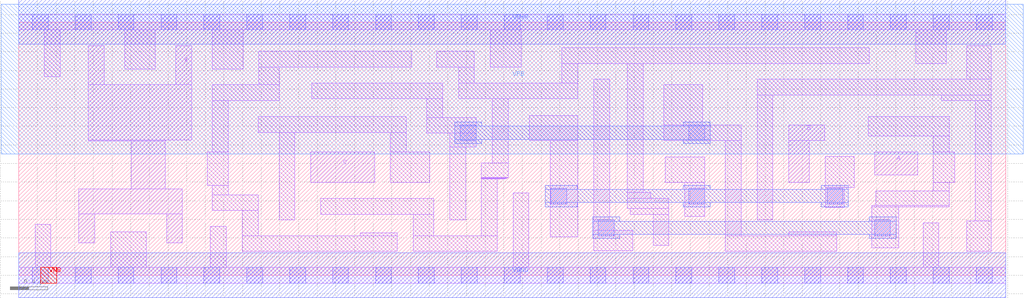
<source format=lef>
# Copyright 2020 The SkyWater PDK Authors
#
# Licensed under the Apache License, Version 2.0 (the "License");
# you may not use this file except in compliance with the License.
# You may obtain a copy of the License at
#
#     https://www.apache.org/licenses/LICENSE-2.0
#
# Unless required by applicable law or agreed to in writing, software
# distributed under the License is distributed on an "AS IS" BASIS,
# WITHOUT WARRANTIES OR CONDITIONS OF ANY KIND, either express or implied.
# See the License for the specific language governing permissions and
# limitations under the License.
#
# SPDX-License-Identifier: Apache-2.0

VERSION 5.7 ;
  NOWIREEXTENSIONATPIN ON ;
  DIVIDERCHAR "/" ;
  BUSBITCHARS "[]" ;
PROPERTYDEFINITIONS
  MACRO maskLayoutSubType STRING ;
  MACRO prCellType STRING ;
  MACRO originalViewName STRING ;
END PROPERTYDEFINITIONS
MACRO sky130_fd_sc_hdll__xor3_4
  CLASS CORE ;
  FOREIGN sky130_fd_sc_hdll__xor3_4 ;
  ORIGIN  0.000000  0.000000 ;
  SIZE  10.58000 BY  2.720000 ;
  SYMMETRY X Y R90 ;
  SITE unithd ;
  PIN A
    ANTENNAGATEAREA  0.276000 ;
    DIRECTION INPUT ;
    USE SIGNAL ;
    PORT
      LAYER li1 ;
        RECT 9.175000 1.075000 9.635000 1.325000 ;
    END
  END A
  PIN B
    ANTENNAGATEAREA  0.735900 ;
    DIRECTION INPUT ;
    USE SIGNAL ;
    PORT
      LAYER li1 ;
        RECT 8.255000 0.995000 8.475000 1.445000 ;
        RECT 8.255000 1.445000 8.640000 1.615000 ;
    END
  END B
  PIN C
    ANTENNAGATEAREA  0.425400 ;
    DIRECTION INPUT ;
    USE SIGNAL ;
    PORT
      LAYER li1 ;
        RECT 3.130000 0.995000 3.815000 1.325000 ;
    END
  END C
  PIN X
    ANTENNADIFFAREA  0.996000 ;
    DIRECTION OUTPUT ;
    USE SIGNAL ;
    PORT
      LAYER li1 ;
        RECT 0.645000 0.350000 0.815000 0.660000 ;
        RECT 0.645000 0.660000 1.755000 0.925000 ;
        RECT 0.745000 1.440000 1.570000 1.455000 ;
        RECT 0.745000 1.455000 1.855000 2.045000 ;
        RECT 0.745000 2.045000 0.915000 2.465000 ;
        RECT 1.205000 0.925000 1.570000 1.440000 ;
        RECT 1.585000 0.350000 1.755000 0.660000 ;
        RECT 1.685000 2.045000 1.855000 2.465000 ;
    END
  END X
  PIN VGND
    DIRECTION INOUT ;
    USE GROUND ;
    PORT
      LAYER met1 ;
        RECT 0.000000 -0.240000 10.580000 0.240000 ;
    END
  END VGND
  PIN VNB
    DIRECTION INOUT ;
    USE GROUND ;
    PORT
      LAYER pwell ;
        RECT 0.235000 -0.085000 0.405000 0.085000 ;
    END
  END VNB
  PIN VPB
    DIRECTION INOUT ;
    USE POWER ;
    PORT
      LAYER nwell ;
        RECT -0.190000 1.305000 10.770000 2.910000 ;
    END
  END VPB
  PIN VPWR
    DIRECTION INOUT ;
    USE POWER ;
    PORT
      LAYER met1 ;
        RECT 0.000000 2.480000 10.580000 2.960000 ;
    END
  END VPWR
  OBS
    LAYER li1 ;
      RECT  0.000000 -0.085000 10.580000 0.085000 ;
      RECT  0.000000  2.635000 10.580000 2.805000 ;
      RECT  0.175000  0.085000  0.345000 0.545000 ;
      RECT  0.275000  2.135000  0.445000 2.635000 ;
      RECT  0.985000  0.085000  1.365000 0.465000 ;
      RECT  1.135000  2.215000  1.465000 2.635000 ;
      RECT  2.020000  0.965000  2.245000 1.325000 ;
      RECT  2.055000  0.085000  2.225000 0.525000 ;
      RECT  2.075000  0.695000  2.565000 0.865000 ;
      RECT  2.075000  0.865000  2.245000 0.965000 ;
      RECT  2.075000  1.325000  2.245000 1.875000 ;
      RECT  2.075000  1.875000  2.795000 2.045000 ;
      RECT  2.075000  2.215000  2.405000 2.635000 ;
      RECT  2.395000  0.255000  4.060000 0.425000 ;
      RECT  2.395000  0.425000  2.565000 0.695000 ;
      RECT  2.570000  1.535000  4.155000 1.705000 ;
      RECT  2.575000  2.045000  2.795000 2.235000 ;
      RECT  2.575000  2.235000  4.215000 2.405000 ;
      RECT  2.790000  0.595000  2.960000 1.535000 ;
      RECT  3.140000  1.895000  4.545000 2.065000 ;
      RECT  3.240000  0.655000  4.450000 0.825000 ;
      RECT  3.660000  0.425000  4.060000 0.455000 ;
      RECT  3.985000  0.995000  4.405000 1.325000 ;
      RECT  3.985000  1.325000  4.155000 1.535000 ;
      RECT  4.230000  0.255000  5.130000 0.425000 ;
      RECT  4.230000  0.425000  4.450000 0.655000 ;
      RECT  4.375000  1.525000  4.905000 1.695000 ;
      RECT  4.375000  1.695000  4.545000 1.895000 ;
      RECT  4.480000  2.235000  4.885000 2.405000 ;
      RECT  4.620000  0.595000  4.790000 1.375000 ;
      RECT  4.620000  1.375000  4.905000 1.525000 ;
      RECT  4.715000  1.895000  5.990000 2.065000 ;
      RECT  4.715000  2.065000  4.885000 2.235000 ;
      RECT  4.960000  0.425000  5.130000 1.035000 ;
      RECT  4.960000  1.035000  5.215000 1.040000 ;
      RECT  4.960000  1.040000  5.230000 1.045000 ;
      RECT  4.960000  1.045000  5.240000 1.050000 ;
      RECT  4.960000  1.050000  5.245000 1.205000 ;
      RECT  5.055000  2.235000  5.385000 2.635000 ;
      RECT  5.075000  1.205000  5.245000 1.895000 ;
      RECT  5.300000  0.085000  5.470000 0.885000 ;
      RECT  5.475000  1.445000  5.990000 1.715000 ;
      RECT  5.700000  0.415000  5.990000 1.445000 ;
      RECT  5.820000  2.065000  5.990000 2.275000 ;
      RECT  5.820000  2.275000  9.115000 2.445000 ;
      RECT  6.165000  0.265000  6.580000 0.485000 ;
      RECT  6.165000  0.485000  6.385000 0.595000 ;
      RECT  6.165000  0.595000  6.335000 2.105000 ;
      RECT  6.525000  0.720000  6.970000 0.825000 ;
      RECT  6.525000  0.825000  6.775000 0.890000 ;
      RECT  6.525000  0.890000  6.695000 2.275000 ;
      RECT  6.555000  0.655000  6.970000 0.720000 ;
      RECT  6.800000  0.320000  6.970000 0.655000 ;
      RECT  6.915000  1.445000  7.745000 1.615000 ;
      RECT  6.915000  1.615000  7.330000 2.045000 ;
      RECT  6.930000  0.995000  7.355000 1.270000 ;
      RECT  7.140000  0.630000  7.355000 0.995000 ;
      RECT  7.575000  0.255000  8.770000 0.425000 ;
      RECT  7.575000  0.425000  7.745000 1.445000 ;
      RECT  7.915000  0.595000  8.085000 1.935000 ;
      RECT  7.915000  1.935000 10.425000 2.105000 ;
      RECT  8.255000  0.425000  8.770000 0.465000 ;
      RECT  8.645000  0.730000  8.850000 0.945000 ;
      RECT  8.645000  0.945000  8.955000 1.275000 ;
      RECT  9.105000  1.495000  9.975000 1.705000 ;
      RECT  9.145000  0.295000  9.435000 0.735000 ;
      RECT  9.145000  0.735000  9.975000 0.750000 ;
      RECT  9.185000  0.750000  9.975000 0.905000 ;
      RECT  9.615000  2.275000  9.945000 2.635000 ;
      RECT  9.695000  0.085000  9.865000 0.565000 ;
      RECT  9.805000  0.905000  9.975000 0.995000 ;
      RECT  9.805000  0.995000 10.035000 1.325000 ;
      RECT  9.805000  1.325000  9.975000 1.495000 ;
      RECT  9.890000  1.875000 10.425000 1.935000 ;
      RECT 10.165000  0.255000 10.425000 0.585000 ;
      RECT 10.165000  2.105000 10.425000 2.465000 ;
      RECT 10.255000  0.585000 10.425000 1.875000 ;
    LAYER mcon ;
      RECT  0.145000 -0.085000  0.315000 0.085000 ;
      RECT  0.145000  2.635000  0.315000 2.805000 ;
      RECT  0.605000 -0.085000  0.775000 0.085000 ;
      RECT  0.605000  2.635000  0.775000 2.805000 ;
      RECT  1.065000 -0.085000  1.235000 0.085000 ;
      RECT  1.065000  2.635000  1.235000 2.805000 ;
      RECT  1.525000 -0.085000  1.695000 0.085000 ;
      RECT  1.525000  2.635000  1.695000 2.805000 ;
      RECT  1.985000 -0.085000  2.155000 0.085000 ;
      RECT  1.985000  2.635000  2.155000 2.805000 ;
      RECT  2.445000 -0.085000  2.615000 0.085000 ;
      RECT  2.445000  2.635000  2.615000 2.805000 ;
      RECT  2.905000 -0.085000  3.075000 0.085000 ;
      RECT  2.905000  2.635000  3.075000 2.805000 ;
      RECT  3.365000 -0.085000  3.535000 0.085000 ;
      RECT  3.365000  2.635000  3.535000 2.805000 ;
      RECT  3.825000 -0.085000  3.995000 0.085000 ;
      RECT  3.825000  2.635000  3.995000 2.805000 ;
      RECT  4.285000 -0.085000  4.455000 0.085000 ;
      RECT  4.285000  2.635000  4.455000 2.805000 ;
      RECT  4.735000  1.445000  4.905000 1.615000 ;
      RECT  4.745000 -0.085000  4.915000 0.085000 ;
      RECT  4.745000  2.635000  4.915000 2.805000 ;
      RECT  5.205000 -0.085000  5.375000 0.085000 ;
      RECT  5.205000  2.635000  5.375000 2.805000 ;
      RECT  5.665000 -0.085000  5.835000 0.085000 ;
      RECT  5.665000  2.635000  5.835000 2.805000 ;
      RECT  5.705000  0.765000  5.875000 0.935000 ;
      RECT  6.125000 -0.085000  6.295000 0.085000 ;
      RECT  6.125000  2.635000  6.295000 2.805000 ;
      RECT  6.215000  0.425000  6.385000 0.595000 ;
      RECT  6.585000 -0.085000  6.755000 0.085000 ;
      RECT  6.585000  2.635000  6.755000 2.805000 ;
      RECT  7.045000 -0.085000  7.215000 0.085000 ;
      RECT  7.045000  2.635000  7.215000 2.805000 ;
      RECT  7.185000  0.765000  7.355000 0.935000 ;
      RECT  7.185000  1.445000  7.355000 1.615000 ;
      RECT  7.505000 -0.085000  7.675000 0.085000 ;
      RECT  7.505000  2.635000  7.675000 2.805000 ;
      RECT  7.965000 -0.085000  8.135000 0.085000 ;
      RECT  7.965000  2.635000  8.135000 2.805000 ;
      RECT  8.425000 -0.085000  8.595000 0.085000 ;
      RECT  8.425000  2.635000  8.595000 2.805000 ;
      RECT  8.665000  0.765000  8.835000 0.935000 ;
      RECT  8.885000 -0.085000  9.055000 0.085000 ;
      RECT  8.885000  2.635000  9.055000 2.805000 ;
      RECT  9.175000  0.425000  9.345000 0.595000 ;
      RECT  9.345000 -0.085000  9.515000 0.085000 ;
      RECT  9.345000  2.635000  9.515000 2.805000 ;
      RECT  9.805000 -0.085000  9.975000 0.085000 ;
      RECT  9.805000  2.635000  9.975000 2.805000 ;
      RECT 10.265000 -0.085000 10.435000 0.085000 ;
      RECT 10.265000  2.635000 10.435000 2.805000 ;
    LAYER met1 ;
      RECT 4.675000 1.415000 4.965000 1.460000 ;
      RECT 4.675000 1.460000 7.415000 1.600000 ;
      RECT 4.675000 1.600000 4.965000 1.645000 ;
      RECT 5.645000 0.735000 5.985000 0.780000 ;
      RECT 5.645000 0.780000 8.895000 0.920000 ;
      RECT 5.645000 0.920000 5.985000 0.965000 ;
      RECT 6.155000 0.395000 6.445000 0.440000 ;
      RECT 6.155000 0.440000 9.405000 0.580000 ;
      RECT 6.155000 0.580000 6.445000 0.625000 ;
      RECT 7.125000 0.735000 7.415000 0.780000 ;
      RECT 7.125000 0.920000 7.415000 0.965000 ;
      RECT 7.125000 1.415000 7.415000 1.460000 ;
      RECT 7.125000 1.600000 7.415000 1.645000 ;
      RECT 8.605000 0.735000 8.895000 0.780000 ;
      RECT 8.605000 0.920000 8.895000 0.965000 ;
      RECT 9.115000 0.395000 9.405000 0.440000 ;
      RECT 9.115000 0.580000 9.405000 0.625000 ;
  END
  PROPERTY maskLayoutSubType "abstract" ;
  PROPERTY prCellType "standard" ;
  PROPERTY originalViewName "layout" ;
END sky130_fd_sc_hdll__xor3_4
END LIBRARY

</source>
